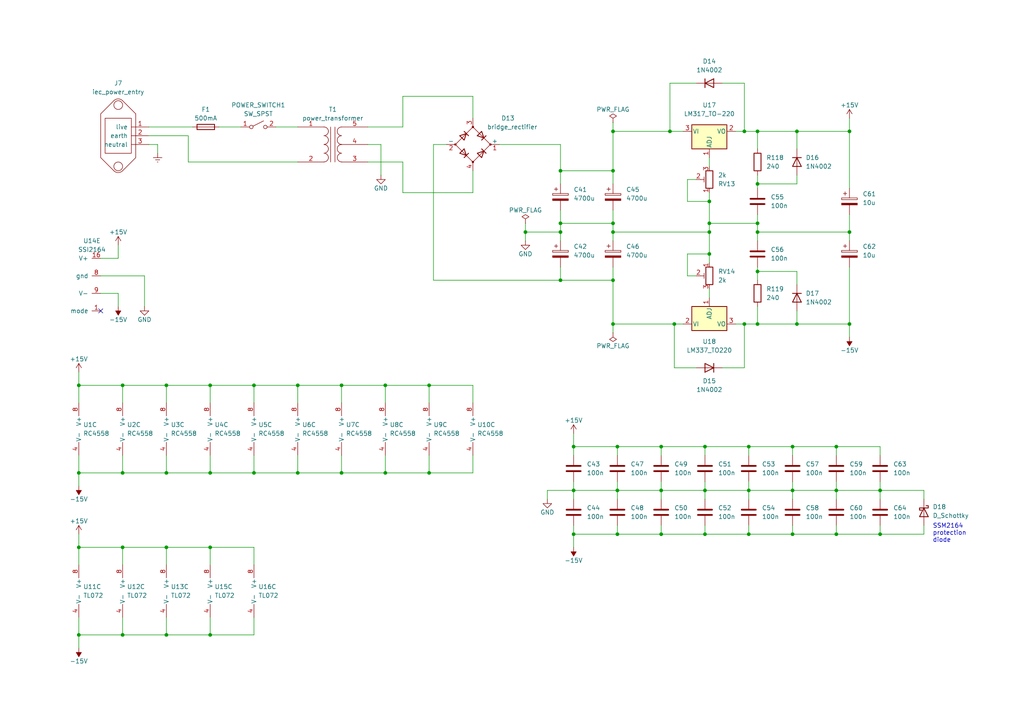
<source format=kicad_sch>
(kicad_sch (version 20211123) (generator eeschema)
  (paper "A4")
  (title_block (title "Mu-Tron Bi-Phase near-clone") (date "2022-01-14") (rev "0") (comment 2 "creativecommons.org/licenses/by/4.0/") (comment 3 "License: CC by 4.0") (comment 4 "Author: Jordan Aceto"))
  (lib_symbols
    (symbol "Amplifier_Operational:RC4558" (pin_names (offset 0.127))
      (property "Reference" "U" (at 0 5.08 0))
      (property "Value" "RC4558" (at 0 -5.08 0))
      (symbol "RC4558_1_1"
        (polyline (pts (xy -5.08 5.08) (xy 5.08 0) (xy -5.08 -5.08) (xy -5.08 5.08)) (stroke (width 0.254)) (fill (type background)))
        (pin output line (at 7.62 0 180) (length 2.54) (name "~") (number "1"))
        (pin input line (at -7.62 -2.54 0) (length 2.54) (name "-") (number "2"))
        (pin input line (at -7.62 2.54 0) (length 2.54) (name "+") (number "3"))
      )
      (symbol "RC4558_2_1"
        (polyline (pts (xy -5.08 5.08) (xy 5.08 0) (xy -5.08 -5.08) (xy -5.08 5.08)) (stroke (width 0.254)) (fill (type background)))
        (pin input line (at -7.62 2.54 0) (length 2.54) (name "+") (number "5"))
        (pin input line (at -7.62 -2.54 0) (length 2.54) (name "-") (number "6"))
        (pin output line (at 7.62 0 180) (length 2.54) (name "~") (number "7"))
      )
      (symbol "RC4558_3_1"
        (pin power_in line (at -2.54 -7.62 90) (length 3.81) (name "V-") (number "4"))
        (pin power_in line (at -2.54 7.62 270) (length 3.81) (name "V+") (number "8"))
      )
    )
    (symbol "Amplifier_Operational:TL072" (pin_names (offset 0.127))
      (property "Reference" "U" (at 0 5.08 0))
      (property "Value" "TL072" (at 0 -5.08 0))
      (symbol "TL072_1_1"
        (polyline (pts (xy -5.08 5.08) (xy 5.08 0) (xy -5.08 -5.08) (xy -5.08 5.08)) (stroke (width 0.254)) (fill (type background)))
        (pin output line (at 7.62 0 180) (length 2.54) (name "~") (number "1"))
        (pin input line (at -7.62 -2.54 0) (length 2.54) (name "-") (number "2"))
        (pin input line (at -7.62 2.54 0) (length 2.54) (name "+") (number "3"))
      )
      (symbol "TL072_2_1"
        (polyline (pts (xy -5.08 5.08) (xy 5.08 0) (xy -5.08 -5.08) (xy -5.08 5.08)) (stroke (width 0.254)) (fill (type background)))
        (pin input line (at -7.62 2.54 0) (length 2.54) (name "+") (number "5"))
        (pin input line (at -7.62 -2.54 0) (length 2.54) (name "-") (number "6"))
        (pin output line (at 7.62 0 180) (length 2.54) (name "~") (number "7"))
      )
      (symbol "TL072_3_1"
        (pin power_in line (at -2.54 -7.62 90) (length 3.81) (name "V-") (number "4"))
        (pin power_in line (at -2.54 7.62 270) (length 3.81) (name "V+") (number "8"))
      )
    )
    (symbol "Device:C" (pin_numbers hide) (pin_names (offset 0.254))
      (property "Reference" "C" (at 0.635 2.54 0))
      (property "Value" "C" (at 0.635 -2.54 0))
      (symbol "C_0_1"
        (polyline (pts (xy -2.032 -0.762) (xy 2.032 -0.762)) (stroke (width 0.508)))
        (polyline (pts (xy -2.032 0.762) (xy 2.032 0.762)) (stroke (width 0.508)))
      )
      (symbol "C_1_1"
        (pin passive line (at 0 3.81 270) (length 2.794) (name "~") (number "1"))
        (pin passive line (at 0 -3.81 90) (length 2.794) (name "~") (number "2"))
      )
    )
    (symbol "Device:C_Polarized" (pin_numbers hide) (pin_names (offset 0.254))
      (property "Reference" "C" (at 0.635 2.54 0))
      (property "Value" "C_Polarized" (at 0.635 -2.54 0))
      (symbol "C_Polarized_0_1"
        (rectangle (start -2.286 0.508) (end 2.286 1.016))
        (polyline (pts (xy -1.778 2.286) (xy -0.762 2.286)))
        (polyline (pts (xy -1.27 2.794) (xy -1.27 1.778)))
        (rectangle (start 2.286 -0.508) (end -2.286 -1.016) (fill (type outline)))
      )
      (symbol "C_Polarized_1_1"
        (pin passive line (at 0 3.81 270) (length 2.794) (name "~") (number "1"))
        (pin passive line (at 0 -3.81 90) (length 2.794) (name "~") (number "2"))
      )
    )
    (symbol "Device:D_Bridge_+-AA" (pin_names (offset 0))
      (property "Reference" "D" (at 2.54 6.985 0))
      (property "Value" "D_Bridge_+-AA" (at 2.54 5.08 0))
      (symbol "D_Bridge_+-AA_0_1"
        (circle (center -5.08 0) (radius 0.254) (fill (type outline)))
        (circle (center 0 -5.08) (radius 0.254) (fill (type outline)))
        (polyline (pts (xy -2.54 3.81) (xy -1.27 2.54)) (stroke (width 0.254)))
        (polyline (pts (xy -1.27 -2.54) (xy -2.54 -3.81)) (stroke (width 0.254)))
        (polyline (pts (xy 2.54 -1.27) (xy 3.81 -2.54)) (stroke (width 0.254)))
        (polyline (pts (xy 2.54 1.27) (xy 3.81 2.54)) (stroke (width 0.254)))
        (polyline (pts (xy -3.81 2.54) (xy -2.54 1.27) (xy -1.905 3.175) (xy -3.81 2.54)) (stroke (width 0.254)))
        (polyline (pts (xy -2.54 -1.27) (xy -3.81 -2.54) (xy -1.905 -3.175) (xy -2.54 -1.27)) (stroke (width 0.254)))
        (polyline (pts (xy 1.27 2.54) (xy 2.54 3.81) (xy 3.175 1.905) (xy 1.27 2.54)) (stroke (width 0.254)))
        (polyline (pts (xy 3.175 -1.905) (xy 1.27 -2.54) (xy 2.54 -3.81) (xy 3.175 -1.905)) (stroke (width 0.254)))
        (polyline (pts (xy -5.08 0) (xy 0 -5.08) (xy 5.08 0) (xy 0 5.08) (xy -5.08 0)))
        (circle (center 0 5.08) (radius 0.254) (fill (type outline)))
        (circle (center 5.08 0) (radius 0.254) (fill (type outline)))
      )
      (symbol "D_Bridge_+-AA_1_1"
        (pin passive line (at 7.62 0 180) (length 2.54) (name "+") (number "1"))
        (pin passive line (at -7.62 0 0) (length 2.54) (name "-") (number "2"))
        (pin passive line (at 0 7.62 270) (length 2.54) (name "~") (number "3"))
        (pin passive line (at 0 -7.62 90) (length 2.54) (name "~") (number "4"))
      )
    )
    (symbol "Device:D_Schottky" (pin_numbers hide) (pin_names (offset 1.016) hide)
      (property "Reference" "D" (at 0 2.54 0))
      (property "Value" "D_Schottky" (at 0 -2.54 0))
      (symbol "D_Schottky_0_1"
        (polyline (pts (xy 1.27 0) (xy -1.27 0)))
        (polyline (pts (xy 1.27 1.27) (xy 1.27 -1.27) (xy -1.27 0) (xy 1.27 1.27)) (stroke (width 0.254)))
        (polyline (pts (xy -1.905 0.635) (xy -1.905 1.27) (xy -1.27 1.27) (xy -1.27 -1.27) (xy -0.635 -1.27) (xy -0.635 -0.635)) (stroke (width 0.254)))
      )
      (symbol "D_Schottky_1_1"
        (pin passive line (at -3.81 0 0) (length 2.54) (name "K") (number "1"))
        (pin passive line (at 3.81 0 180) (length 2.54) (name "A") (number "2"))
      )
    )
    (symbol "Device:Fuse" (pin_numbers hide) (pin_names (offset 0))
      (property "Reference" "F" (at 2.032 0 90))
      (property "Value" "Fuse" (at -1.905 0 90))
      (symbol "Fuse_0_1"
        (rectangle (start -0.762 -2.54) (end 0.762 2.54) (stroke (width 0.254)))
        (polyline (pts (xy 0 2.54) (xy 0 -2.54)))
      )
      (symbol "Fuse_1_1"
        (pin passive line (at 0 3.81 270) (length 1.27) (name "~") (number "1"))
        (pin passive line (at 0 -3.81 90) (length 1.27) (name "~") (number "2"))
      )
    )
    (symbol "Device:R" (pin_numbers hide) (pin_names (offset 0))
      (property "Reference" "R" (at 2.032 0 90))
      (property "Value" "R" (at 0 0 90))
      (symbol "R_0_1"
        (rectangle (start -1.016 -2.54) (end 1.016 2.54) (stroke (width 0.254)))
      )
      (symbol "R_1_1"
        (pin passive line (at 0 3.81 270) (length 1.27) (name "~") (number "1"))
        (pin passive line (at 0 -3.81 90) (length 1.27) (name "~") (number "2"))
      )
    )
    (symbol "Device:R_Potentiometer_Trim" (pin_names (offset 1.016) hide)
      (property "Reference" "RV" (at -4.445 0 90))
      (property "Value" "R_Potentiometer_Trim" (at -2.54 0 90))
      (symbol "R_Potentiometer_Trim_0_1"
        (polyline (pts (xy 1.524 0.762) (xy 1.524 -0.762)))
        (polyline (pts (xy 2.54 0) (xy 1.524 0)))
        (rectangle (start 1.016 2.54) (end -1.016 -2.54) (stroke (width 0.254)))
      )
      (symbol "R_Potentiometer_Trim_1_1"
        (pin passive line (at 0 3.81 270) (length 1.27) (name "1") (number "1"))
        (pin passive line (at 3.81 0 180) (length 1.27) (name "2") (number "2"))
        (pin passive line (at 0 -3.81 90) (length 1.27) (name "3") (number "3"))
      )
    )
    (symbol "Device:Transformer_1P_SS" (pin_names (offset 1.016) hide)
      (property "Reference" "T" (at 0 6.35 0))
      (property "Value" "Transformer_1P_SS" (at 0 -7.62 0))
      (symbol "Transformer_1P_SS_0_1"
        (arc (start -2.54 -5.0546) (mid -1.6561 -4.6863) (end -1.27 -3.81))
        (arc (start -2.54 -2.5146) (mid -1.6561 -2.1463) (end -1.27 -1.27))
        (arc (start -2.54 0.0254) (mid -1.6561 0.3937) (end -1.27 1.27))
        (arc (start -2.54 2.5654) (mid -1.6561 2.9337) (end -1.27 3.81))
        (arc (start -1.27 -3.81) (mid -1.642 -2.912) (end -2.54 -2.54))
        (arc (start -1.27 -1.27) (mid -1.642 -0.372) (end -2.54 0))
        (arc (start -1.27 1.27) (mid -1.642 2.168) (end -2.54 2.54))
        (arc (start -1.27 3.81) (mid -1.642 4.708) (end -2.54 5.08))
        (polyline (pts (xy -0.635 5.08) (xy -0.635 -5.08)))
        (polyline (pts (xy 0.635 -5.08) (xy 0.635 5.08)))
        (arc (start 1.2954 -1.27) (mid 1.6599 -2.1501) (end 2.54 -2.5146))
        (arc (start 1.2954 1.27) (mid 1.6599 0.3899) (end 2.54 0.0254))
        (arc (start 1.2954 3.81) (mid 1.6599 2.9299) (end 2.54 2.5654))
        (arc (start 1.3208 -3.81) (mid 1.6853 -4.6901) (end 2.5654 -5.0546))
        (arc (start 2.54 0) (mid 1.6456 -0.3683) (end 1.2954 -1.27))
        (arc (start 2.54 2.54) (mid 1.6456 2.1717) (end 1.2954 1.27))
        (arc (start 2.54 5.08) (mid 1.6456 4.7117) (end 1.2954 3.81))
        (arc (start 2.5654 -2.54) (mid 1.671 -2.9083) (end 1.3208 -3.81))
      )
      (symbol "Transformer_1P_SS_1_1"
        (pin passive line (at -10.16 5.08 0) (length 7.62) (name "AA") (number "1"))
        (pin passive line (at -10.16 -5.08 0) (length 7.62) (name "AB") (number "2"))
        (pin passive line (at 10.16 -5.08 180) (length 7.62) (name "SA") (number "3"))
        (pin passive line (at 10.16 0 180) (length 7.62) (name "SC") (number "4"))
        (pin passive line (at 10.16 5.08 180) (length 7.62) (name "SB") (number "5"))
      )
    )
    (symbol "Diode:1N4002" (pin_numbers hide) (pin_names (offset 1.016) hide)
      (property "Reference" "D" (at 0 2.54 0))
      (property "Value" "1N4002" (at 0 -2.54 0))
      (symbol "1N4002_0_1"
        (polyline (pts (xy -1.27 1.27) (xy -1.27 -1.27)) (stroke (width 0.254)))
        (polyline (pts (xy 1.27 0) (xy -1.27 0)))
        (polyline (pts (xy 1.27 1.27) (xy 1.27 -1.27) (xy -1.27 0) (xy 1.27 1.27)) (stroke (width 0.254)))
      )
      (symbol "1N4002_1_1"
        (pin passive line (at -3.81 0 0) (length 2.54) (name "K") (number "1"))
        (pin passive line (at 3.81 0 180) (length 2.54) (name "A") (number "2"))
      )
    )
    (symbol "Regulator_Linear:LM317_TO-220" (pin_names (offset 0.254))
      (property "Reference" "U" (at -3.81 3.175 0))
      (property "Value" "LM317_TO-220" (at 0 3.175 0))
      (symbol "LM317_TO-220_0_1"
        (rectangle (start -5.08 1.905) (end 5.08 -5.08) (stroke (width 0.254)) (fill (type background)))
      )
      (symbol "LM317_TO-220_1_1"
        (pin input line (at 0 -7.62 90) (length 2.54) (name "ADJ") (number "1"))
        (pin power_out line (at 7.62 0 180) (length 2.54) (name "VO") (number "2"))
        (pin power_in line (at -7.62 0 0) (length 2.54) (name "VI") (number "3"))
      )
    )
    (symbol "Regulator_Linear:LM337_TO220" (pin_names (offset 0.254))
      (property "Reference" "U" (at -3.81 -3.175 0))
      (property "Value" "LM337_TO220" (at 0 -3.175 0))
      (symbol "LM337_TO220_0_1"
        (rectangle (start -5.08 5.08) (end 5.08 -1.905) (stroke (width 0.254)) (fill (type background)))
      )
      (symbol "LM337_TO220_1_1"
        (pin input line (at 0 7.62 270) (length 2.54) (name "ADJ") (number "1"))
        (pin power_in line (at -7.62 0 0) (length 2.54) (name "VI") (number "2"))
        (pin power_out line (at 7.62 0 180) (length 2.54) (name "VO") (number "3"))
      )
    )
    (symbol "Switch:SW_SPST" (pin_names (offset 0) hide)
      (property "Reference" "SW" (at 0 3.175 0))
      (property "Value" "SW_SPST" (at 0 -2.54 0))
      (symbol "SW_SPST_0_0"
        (circle (center -2.032 0) (radius 0.508))
        (polyline (pts (xy -1.524 0.254) (xy 1.524 1.778)))
        (circle (center 2.032 0) (radius 0.508))
      )
      (symbol "SW_SPST_1_1"
        (pin passive line (at -5.08 0 0) (length 2.54) (name "A") (number "1"))
        (pin passive line (at 5.08 0 180) (length 2.54) (name "B") (number "2"))
      )
    )
    (symbol "custom_symbols:SSI2164" (pin_names (offset 1.016))
      (property "Reference" "U" (at 0 -12.7 0))
      (property "Value" "SSI2164" (at 0 7.62 0))
      (symbol "SSI2164_1_1"
        (rectangle (start -5.08 5.08) (end 5.08 -5.08) (fill (type background)))
        (polyline (pts (xy 5.08 5.08) (xy -5.08 -5.08)))
        (polyline (pts (xy 5.08 5.08) (xy 10.16 0) (xy 5.08 -5.08) (xy -5.08 5.08)) (fill (type background)))
        (pin input line (at -7.62 0 0) (length 2.54) (name "~") (number "2"))
        (pin input line (at 0 -7.62 90) (length 2.54) (name "~") (number "3"))
        (pin output line (at 12.7 0 180) (length 2.54) (name "~") (number "4"))
      )
      (symbol "SSI2164_2_1"
        (rectangle (start -5.08 5.08) (end 5.08 -5.08) (fill (type background)))
        (polyline (pts (xy 5.08 5.08) (xy -5.08 -5.08)))
        (polyline (pts (xy 5.08 5.08) (xy 10.16 0) (xy 5.08 -5.08) (xy -5.08 5.08)) (fill (type background)))
        (pin output line (at 12.7 0 180) (length 2.54) (name "~") (number "5"))
        (pin input line (at 0 -7.62 90) (length 2.54) (name "~") (number "6"))
        (pin input line (at -7.62 0 0) (length 2.54) (name "~") (number "7"))
      )
      (symbol "SSI2164_3_1"
        (rectangle (start -5.08 5.08) (end 5.08 -5.08) (fill (type background)))
        (polyline (pts (xy 5.08 5.08) (xy -5.08 -5.08)))
        (polyline (pts (xy 5.08 5.08) (xy 10.16 0) (xy 5.08 -5.08) (xy -5.08 5.08)) (fill (type background)))
        (pin input line (at -7.62 0 0) (length 2.54) (name "~") (number "10"))
        (pin input line (at 0 -7.62 90) (length 2.54) (name "~") (number "11"))
        (pin output line (at 12.7 0 180) (length 2.54) (name "~") (number "12"))
      )
      (symbol "SSI2164_4_1"
        (rectangle (start -5.08 5.08) (end 5.08 -5.08) (fill (type background)))
        (polyline (pts (xy 5.08 5.08) (xy -5.08 -5.08)))
        (polyline (pts (xy 5.08 5.08) (xy 10.16 0) (xy 5.08 -5.08) (xy -5.08 5.08)) (fill (type background)))
        (pin output line (at 12.7 0 180) (length 2.54) (name "~") (number "13"))
        (pin input line (at 0 -7.62 90) (length 2.54) (name "~") (number "14"))
        (pin input line (at -7.62 0 0) (length 2.54) (name "~") (number "15"))
      )
      (symbol "SSI2164_5_1"
        (pin input line (at 2.54 -10.16 180) (length 2.54) (name "mode") (number "1"))
        (pin power_in line (at 2.54 5.08 180) (length 2.54) (name "V+") (number "16"))
        (pin power_in line (at 2.54 0 180) (length 2.54) (name "gnd") (number "8"))
        (pin power_in line (at 2.54 -5.08 180) (length 2.54) (name "V-") (number "9"))
      )
    )
    (symbol "custom_symbols:iec_power_entry" (pin_names (offset 1.016))
      (property "Reference" "J" (at 0 7.62 0))
      (property "Value" "iec_power_entry" (at 0 6.35 0))
      (symbol "iec_power_entry_0_1"
        (arc (start -10.16 1.27) (mid -10.6861 0) (end -10.16 -1.27))
        (circle (center -8.89 0) (radius 1.27))
        (polyline (pts (xy -6.35 -5.08) (xy -10.16 -1.27)))
        (polyline (pts (xy -6.35 5.08) (xy -10.16 1.27)))
        (polyline (pts (xy -6.35 -5.08) (xy 6.35 -5.08) (xy 10.16 -1.27)))
        (polyline (pts (xy -6.35 5.08) (xy 6.35 5.08) (xy 10.16 1.27)))
        (rectangle (start 5.08 3.81) (end -5.08 -3.81))
        (circle (center 8.89 0) (radius 1.27))
        (arc (start 10.16 -1.27) (mid 10.6861 0) (end 10.16 1.27))
      )
      (symbol "iec_power_entry_1_1"
        (pin power_out line (at -2.54 -8.89 90) (length 5.08) (name "live") (number "1"))
        (pin power_out line (at 0 -8.89 90) (length 5.08) (name "earth") (number "2"))
        (pin power_out line (at 2.54 -8.89 90) (length 5.08) (name "neutral") (number "3"))
      )
    )
    (symbol "power:+15V" (power) (pin_names (offset 0))
      (property "Value" "+15V" (at 0 3.556 0))
      (symbol "+15V_0_1"
        (polyline (pts (xy -0.762 1.27) (xy 0 2.54)))
        (polyline (pts (xy 0 0) (xy 0 2.54)))
        (polyline (pts (xy 0 2.54) (xy 0.762 1.27)))
      )
      (symbol "+15V_1_1"
        (pin power_in line (at 0 0 90) (length 0) hide (name "+15V") (number "1"))
      )
    )
    (symbol "power:-15V" (power) (pin_names (offset 0))
      (property "Value" "-15V" (at 0 3.81 0))
      (symbol "-15V_0_0"
        (pin power_in line (at 0 0 90) (length 0) hide (name "-15V") (number "1"))
      )
      (symbol "-15V_0_1"
        (polyline (pts (xy 0 0) (xy 0 1.27) (xy 0.762 1.27) (xy 0 2.54) (xy -0.762 1.27) (xy 0 1.27)) (fill (type outline)))
      )
    )
    (symbol "power:Earth" (power) (pin_names (offset 0))
      (symbol "Earth_0_1"
        (polyline (pts (xy -0.635 -1.905) (xy 0.635 -1.905)))
        (polyline (pts (xy -0.127 -2.54) (xy 0.127 -2.54)))
        (polyline (pts (xy 0 -1.27) (xy 0 0)))
        (polyline (pts (xy 1.27 -1.27) (xy -1.27 -1.27)))
      )
      (symbol "Earth_1_1"
        (pin power_in line (at 0 0 270) (length 0) hide (name "Earth") (number "1"))
      )
    )
    (symbol "power:GND" (power) (pin_names (offset 0))
      (property "Value" "GND" (at 0 -3.81 0))
      (symbol "GND_0_1"
        (polyline (pts (xy 0 0) (xy 0 -1.27) (xy 1.27 -1.27) (xy 0 -2.54) (xy -1.27 -1.27) (xy 0 -1.27)))
      )
      (symbol "GND_1_1"
        (pin power_in line (at 0 0 270) (length 0) hide (name "GND") (number "1"))
      )
    )
    (symbol "power:PWR_FLAG" (power) (pin_numbers hide) (pin_names (offset 0) hide)
      (property "Value" "PWR_FLAG" (at 0 3.81 0))
      (symbol "PWR_FLAG_0_0"
        (pin power_out line (at 0 0 90) (length 0) (name "pwr") (number "1"))
      )
      (symbol "PWR_FLAG_0_1"
        (polyline (pts (xy 0 0) (xy 0 1.27) (xy -1.016 1.905) (xy 0 2.54) (xy 1.016 1.905) (xy 0 1.27)))
      )
    )
  )
  (junction (at 124.46 137.16))
  (junction (at 242.57 129.54))
  (junction (at 86.36 111.76))
  (junction (at 177.8 67.31))
  (junction (at 246.38 67.31))
  (junction (at 194.31 38.1))
  (junction (at 60.96 184.15))
  (junction (at 219.71 38.1))
  (junction (at 191.77 129.54))
  (junction (at 204.47 142.24))
  (junction (at 35.56 137.16))
  (junction (at 191.77 142.24))
  (junction (at 35.56 158.75))
  (junction (at 231.14 93.98))
  (junction (at 22.86 184.15))
  (junction (at 179.07 154.94))
  (junction (at 166.37 142.24))
  (junction (at 111.76 137.16))
  (junction (at 162.56 67.31))
  (junction (at 73.66 111.76))
  (junction (at 35.56 111.76))
  (junction (at 60.96 158.75))
  (junction (at 86.36 137.16))
  (junction (at 60.96 111.76))
  (junction (at 217.17 142.24))
  (junction (at 219.71 64.77))
  (junction (at 99.06 137.16))
  (junction (at 242.57 142.24))
  (junction (at 246.38 38.1))
  (junction (at 162.56 49.53))
  (junction (at 191.77 154.94))
  (junction (at 177.8 93.98))
  (junction (at 166.37 129.54))
  (junction (at 229.87 154.94))
  (junction (at 48.26 111.76))
  (junction (at 99.06 111.76))
  (junction (at 255.27 154.94))
  (junction (at 229.87 129.54))
  (junction (at 111.76 111.76))
  (junction (at 177.8 64.77))
  (junction (at 217.17 154.94))
  (junction (at 217.17 129.54))
  (junction (at 255.27 142.24))
  (junction (at 22.86 111.76))
  (junction (at 195.58 93.98))
  (junction (at 124.46 111.76))
  (junction (at 73.66 137.16))
  (junction (at 205.74 73.66))
  (junction (at 215.9 93.98))
  (junction (at 179.07 142.24))
  (junction (at 177.8 81.28))
  (junction (at 48.26 184.15))
  (junction (at 48.26 158.75))
  (junction (at 48.26 137.16))
  (junction (at 22.86 137.16))
  (junction (at 205.74 67.31))
  (junction (at 177.8 38.1))
  (junction (at 204.47 154.94))
  (junction (at 219.71 93.98))
  (junction (at 205.74 64.77))
  (junction (at 166.37 154.94))
  (junction (at 60.96 137.16))
  (junction (at 22.86 158.75))
  (junction (at 205.74 58.42))
  (junction (at 162.56 64.77))
  (junction (at 219.71 78.74))
  (junction (at 215.9 38.1))
  (junction (at 204.47 129.54))
  (junction (at 229.87 142.24))
  (junction (at 179.07 129.54))
  (junction (at 246.38 93.98))
  (junction (at 231.14 38.1))
  (junction (at 177.8 49.53))
  (junction (at 152.4 67.31))
  (junction (at 35.56 184.15))
  (junction (at 242.57 154.94))
  (junction (at 219.71 67.31))
  (junction (at 162.56 81.28))
  (junction (at 219.71 53.34))
  (no_connect (at 29.21 90.17))
  (wire (pts (xy 86.36 111.76) (xy 73.66 111.76)))
  (wire (pts (xy 229.87 154.94) (xy 242.57 154.94)))
  (wire (pts (xy 99.06 111.76) (xy 111.76 111.76)))
  (wire (pts (xy 229.87 142.24) (xy 229.87 144.78)))
  (wire (pts (xy 229.87 129.54) (xy 229.87 132.08)))
  (wire (pts (xy 215.9 93.98) (xy 219.71 93.98)))
  (wire (pts (xy 48.26 111.76) (xy 35.56 111.76)))
  (wire (pts (xy 199.39 80.01) (xy 199.39 73.66)))
  (wire (pts (xy 80.01 36.83) (xy 86.36 36.83)))
  (wire (pts (xy 22.86 132.08) (xy 22.86 137.16)))
  (wire (pts (xy 267.97 152.4) (xy 267.97 154.94)))
  (wire (pts (xy 110.49 41.91) (xy 106.68 41.91)))
  (wire (pts (xy 60.96 179.07) (xy 60.96 184.15)))
  (wire (pts (xy 60.96 158.75) (xy 60.96 163.83)))
  (wire (pts (xy 99.06 137.16) (xy 111.76 137.16)))
  (wire (pts (xy 255.27 129.54) (xy 242.57 129.54)))
  (wire (pts (xy 246.38 62.23) (xy 246.38 67.31)))
  (wire (pts (xy 158.75 144.78) (xy 158.75 142.24)))
  (wire (pts (xy 48.26 158.75) (xy 35.56 158.75)))
  (wire (pts (xy 162.56 81.28) (xy 125.73 81.28)))
  (wire (pts (xy 231.14 43.18) (xy 231.14 38.1)))
  (wire (pts (xy 111.76 137.16) (xy 124.46 137.16)))
  (wire (pts (xy 45.72 41.91) (xy 43.18 41.91)))
  (wire (pts (xy 199.39 58.42) (xy 205.74 58.42)))
  (wire (pts (xy 205.74 64.77) (xy 219.71 64.77)))
  (wire (pts (xy 22.86 137.16) (xy 22.86 140.97)))
  (wire (pts (xy 177.8 67.31) (xy 177.8 69.85)))
  (wire (pts (xy 73.66 158.75) (xy 73.66 163.83)))
  (wire (pts (xy 29.21 85.09) (xy 34.29 85.09)))
  (wire (pts (xy 48.26 184.15) (xy 48.26 179.07)))
  (wire (pts (xy 267.97 144.78) (xy 267.97 142.24)))
  (wire (pts (xy 35.56 158.75) (xy 35.56 163.83)))
  (wire (pts (xy 48.26 184.15) (xy 35.56 184.15)))
  (wire (pts (xy 34.29 71.12) (xy 34.29 74.93)))
  (wire (pts (xy 73.66 158.75) (xy 60.96 158.75)))
  (wire (pts (xy 137.16 111.76) (xy 137.16 116.84)))
  (wire (pts (xy 191.77 129.54) (xy 179.07 129.54)))
  (wire (pts (xy 215.9 38.1) (xy 215.9 24.13)))
  (wire (pts (xy 162.56 49.53) (xy 162.56 53.34)))
  (wire (pts (xy 217.17 142.24) (xy 204.47 142.24)))
  (wire (pts (xy 86.36 137.16) (xy 86.36 132.08)))
  (wire (pts (xy 48.26 137.16) (xy 35.56 137.16)))
  (wire (pts (xy 219.71 64.77) (xy 219.71 67.31)))
  (wire (pts (xy 191.77 142.24) (xy 191.77 144.78)))
  (wire (pts (xy 255.27 142.24) (xy 242.57 142.24)))
  (wire (pts (xy 60.96 111.76) (xy 60.96 116.84)))
  (wire (pts (xy 35.56 137.16) (xy 22.86 137.16)))
  (wire (pts (xy 45.72 44.45) (xy 45.72 41.91)))
  (wire (pts (xy 231.14 38.1) (xy 246.38 38.1)))
  (wire (pts (xy 219.71 38.1) (xy 219.71 43.18)))
  (wire (pts (xy 124.46 137.16) (xy 124.46 132.08)))
  (wire (pts (xy 179.07 139.7) (xy 179.07 142.24)))
  (wire (pts (xy 60.96 158.75) (xy 48.26 158.75)))
  (wire (pts (xy 177.8 53.34) (xy 177.8 49.53)))
  (wire (pts (xy 205.74 55.88) (xy 205.74 58.42)))
  (wire (pts (xy 217.17 154.94) (xy 229.87 154.94)))
  (wire (pts (xy 242.57 129.54) (xy 229.87 129.54)))
  (wire (pts (xy 144.78 41.91) (xy 162.56 41.91)))
  (wire (pts (xy 177.8 81.28) (xy 177.8 77.47)))
  (wire (pts (xy 217.17 154.94) (xy 217.17 152.4)))
  (wire (pts (xy 219.71 53.34) (xy 219.71 54.61)))
  (wire (pts (xy 204.47 129.54) (xy 204.47 132.08)))
  (wire (pts (xy 229.87 129.54) (xy 217.17 129.54)))
  (wire (pts (xy 217.17 142.24) (xy 217.17 144.78)))
  (wire (pts (xy 162.56 77.47) (xy 162.56 81.28)))
  (wire (pts (xy 231.14 90.17) (xy 231.14 93.98)))
  (wire (pts (xy 137.16 34.29) (xy 137.16 27.94)))
  (wire (pts (xy 231.14 93.98) (xy 246.38 93.98)))
  (wire (pts (xy 177.8 64.77) (xy 177.8 67.31)))
  (wire (pts (xy 166.37 154.94) (xy 179.07 154.94)))
  (wire (pts (xy 60.96 184.15) (xy 48.26 184.15)))
  (wire (pts (xy 242.57 154.94) (xy 255.27 154.94)))
  (wire (pts (xy 162.56 81.28) (xy 177.8 81.28)))
  (wire (pts (xy 205.74 73.66) (xy 205.74 76.2)))
  (wire (pts (xy 255.27 139.7) (xy 255.27 142.24)))
  (wire (pts (xy 219.71 77.47) (xy 219.71 78.74)))
  (wire (pts (xy 231.14 78.74) (xy 231.14 82.55)))
  (wire (pts (xy 29.21 74.93) (xy 34.29 74.93)))
  (wire (pts (xy 194.31 38.1) (xy 194.31 24.13)))
  (wire (pts (xy 152.4 69.85) (xy 152.4 67.31)))
  (wire (pts (xy 137.16 27.94) (xy 116.84 27.94)))
  (wire (pts (xy 215.9 106.68) (xy 215.9 93.98)))
  (wire (pts (xy 54.61 46.99) (xy 54.61 39.37)))
  (wire (pts (xy 60.96 132.08) (xy 60.96 137.16)))
  (wire (pts (xy 162.56 64.77) (xy 177.8 64.77)))
  (wire (pts (xy 166.37 125.73) (xy 166.37 129.54)))
  (wire (pts (xy 246.38 93.98) (xy 246.38 77.47)))
  (wire (pts (xy 111.76 116.84) (xy 111.76 111.76)))
  (wire (pts (xy 231.14 53.34) (xy 231.14 50.8)))
  (wire (pts (xy 73.66 137.16) (xy 73.66 132.08)))
  (wire (pts (xy 219.71 78.74) (xy 231.14 78.74)))
  (wire (pts (xy 166.37 154.94) (xy 166.37 158.75)))
  (wire (pts (xy 162.56 67.31) (xy 162.56 69.85)))
  (wire (pts (xy 255.27 154.94) (xy 255.27 152.4)))
  (wire (pts (xy 162.56 60.96) (xy 162.56 64.77)))
  (wire (pts (xy 162.56 49.53) (xy 177.8 49.53)))
  (wire (pts (xy 179.07 142.24) (xy 179.07 144.78)))
  (wire (pts (xy 99.06 137.16) (xy 99.06 132.08)))
  (wire (pts (xy 194.31 24.13) (xy 201.93 24.13)))
  (wire (pts (xy 219.71 67.31) (xy 219.71 69.85)))
  (wire (pts (xy 246.38 67.31) (xy 246.38 69.85)))
  (wire (pts (xy 267.97 142.24) (xy 255.27 142.24)))
  (wire (pts (xy 162.56 41.91) (xy 162.56 49.53)))
  (wire (pts (xy 191.77 129.54) (xy 191.77 132.08)))
  (wire (pts (xy 199.39 73.66) (xy 205.74 73.66)))
  (wire (pts (xy 41.91 80.01) (xy 41.91 88.9)))
  (wire (pts (xy 217.17 139.7) (xy 217.17 142.24)))
  (wire (pts (xy 73.66 137.16) (xy 86.36 137.16)))
  (wire (pts (xy 246.38 93.98) (xy 246.38 97.79)))
  (wire (pts (xy 215.9 38.1) (xy 213.36 38.1)))
  (wire (pts (xy 152.4 67.31) (xy 162.56 67.31)))
  (wire (pts (xy 158.75 142.24) (xy 166.37 142.24)))
  (wire (pts (xy 22.86 184.15) (xy 22.86 187.96)))
  (wire (pts (xy 204.47 129.54) (xy 191.77 129.54)))
  (wire (pts (xy 267.97 154.94) (xy 255.27 154.94)))
  (wire (pts (xy 191.77 139.7) (xy 191.77 142.24)))
  (wire (pts (xy 246.38 34.29) (xy 246.38 38.1)))
  (wire (pts (xy 177.8 93.98) (xy 195.58 93.98)))
  (wire (pts (xy 219.71 38.1) (xy 231.14 38.1)))
  (wire (pts (xy 166.37 152.4) (xy 166.37 154.94)))
  (wire (pts (xy 177.8 38.1) (xy 194.31 38.1)))
  (wire (pts (xy 191.77 142.24) (xy 179.07 142.24)))
  (wire (pts (xy 106.68 46.99) (xy 116.84 46.99)))
  (wire (pts (xy 166.37 139.7) (xy 166.37 142.24)))
  (wire (pts (xy 116.84 27.94) (xy 116.84 36.83)))
  (wire (pts (xy 60.96 111.76) (xy 48.26 111.76)))
  (wire (pts (xy 204.47 142.24) (xy 204.47 144.78)))
  (wire (pts (xy 116.84 36.83) (xy 106.68 36.83)))
  (wire (pts (xy 73.66 111.76) (xy 73.66 116.84)))
  (wire (pts (xy 177.8 96.52) (xy 177.8 93.98)))
  (wire (pts (xy 205.74 64.77) (xy 205.74 67.31)))
  (wire (pts (xy 229.87 142.24) (xy 217.17 142.24)))
  (wire (pts (xy 177.8 49.53) (xy 177.8 38.1)))
  (wire (pts (xy 229.87 139.7) (xy 229.87 142.24)))
  (wire (pts (xy 166.37 142.24) (xy 166.37 144.78)))
  (wire (pts (xy 242.57 129.54) (xy 242.57 132.08)))
  (wire (pts (xy 201.93 80.01) (xy 199.39 80.01)))
  (wire (pts (xy 22.86 107.95) (xy 22.86 111.76)))
  (wire (pts (xy 219.71 50.8) (xy 219.71 53.34)))
  (wire (pts (xy 34.29 85.09) (xy 34.29 88.9)))
  (wire (pts (xy 86.36 46.99) (xy 54.61 46.99)))
  (wire (pts (xy 60.96 137.16) (xy 48.26 137.16)))
  (wire (pts (xy 179.07 154.94) (xy 191.77 154.94)))
  (wire (pts (xy 213.36 93.98) (xy 215.9 93.98)))
  (wire (pts (xy 137.16 55.88) (xy 137.16 49.53)))
  (wire (pts (xy 125.73 81.28) (xy 125.73 41.91)))
  (wire (pts (xy 246.38 54.61) (xy 246.38 38.1)))
  (wire (pts (xy 35.56 111.76) (xy 22.86 111.76)))
  (wire (pts (xy 198.12 38.1) (xy 194.31 38.1)))
  (wire (pts (xy 63.5 36.83) (xy 69.85 36.83)))
  (wire (pts (xy 35.56 111.76) (xy 35.56 116.84)))
  (wire (pts (xy 219.71 78.74) (xy 219.71 81.28)))
  (wire (pts (xy 86.36 111.76) (xy 86.36 116.84)))
  (wire (pts (xy 215.9 24.13) (xy 209.55 24.13)))
  (wire (pts (xy 73.66 184.15) (xy 60.96 184.15)))
  (wire (pts (xy 204.47 139.7) (xy 204.47 142.24)))
  (wire (pts (xy 166.37 129.54) (xy 166.37 132.08)))
  (wire (pts (xy 219.71 93.98) (xy 219.71 88.9)))
  (wire (pts (xy 110.49 50.8) (xy 110.49 41.91)))
  (wire (pts (xy 219.71 53.34) (xy 231.14 53.34)))
  (wire (pts (xy 191.77 154.94) (xy 204.47 154.94)))
  (wire (pts (xy 205.74 45.72) (xy 205.74 48.26)))
  (wire (pts (xy 204.47 154.94) (xy 217.17 154.94)))
  (wire (pts (xy 116.84 46.99) (xy 116.84 55.88)))
  (wire (pts (xy 73.66 184.15) (xy 73.66 179.07)))
  (wire (pts (xy 22.86 111.76) (xy 22.86 116.84)))
  (wire (pts (xy 179.07 154.94) (xy 179.07 152.4)))
  (wire (pts (xy 73.66 111.76) (xy 60.96 111.76)))
  (wire (pts (xy 73.66 137.16) (xy 60.96 137.16)))
  (wire (pts (xy 177.8 81.28) (xy 177.8 93.98)))
  (wire (pts (xy 124.46 111.76) (xy 137.16 111.76)))
  (wire (pts (xy 219.71 62.23) (xy 219.71 64.77)))
  (wire (pts (xy 22.86 179.07) (xy 22.86 184.15)))
  (wire (pts (xy 242.57 139.7) (xy 242.57 142.24)))
  (wire (pts (xy 179.07 129.54) (xy 179.07 132.08)))
  (wire (pts (xy 204.47 142.24) (xy 191.77 142.24)))
  (wire (pts (xy 205.74 58.42) (xy 205.74 64.77)))
  (wire (pts (xy 195.58 106.68) (xy 195.58 93.98)))
  (wire (pts (xy 35.56 184.15) (xy 35.56 179.07)))
  (wire (pts (xy 43.18 36.83) (xy 55.88 36.83)))
  (wire (pts (xy 242.57 154.94) (xy 242.57 152.4)))
  (wire (pts (xy 162.56 64.77) (xy 162.56 67.31)))
  (wire (pts (xy 201.93 52.07) (xy 199.39 52.07)))
  (wire (pts (xy 177.8 35.56) (xy 177.8 38.1)))
  (wire (pts (xy 48.26 158.75) (xy 48.26 163.83)))
  (wire (pts (xy 111.76 111.76) (xy 124.46 111.76)))
  (wire (pts (xy 219.71 67.31) (xy 246.38 67.31)))
  (wire (pts (xy 205.74 83.82) (xy 205.74 86.36)))
  (wire (pts (xy 48.26 111.76) (xy 48.26 116.84)))
  (wire (pts (xy 111.76 137.16) (xy 111.76 132.08)))
  (wire (pts (xy 217.17 129.54) (xy 217.17 132.08)))
  (wire (pts (xy 116.84 55.88) (xy 137.16 55.88)))
  (wire (pts (xy 217.17 129.54) (xy 204.47 129.54)))
  (wire (pts (xy 204.47 154.94) (xy 204.47 152.4)))
  (wire (pts (xy 255.27 144.78) (xy 255.27 142.24)))
  (wire (pts (xy 137.16 137.16) (xy 137.16 132.08)))
  (wire (pts (xy 152.4 64.77) (xy 152.4 67.31)))
  (wire (pts (xy 179.07 142.24) (xy 166.37 142.24)))
  (wire (pts (xy 205.74 67.31) (xy 205.74 73.66)))
  (wire (pts (xy 242.57 142.24) (xy 242.57 144.78)))
  (wire (pts (xy 191.77 154.94) (xy 191.77 152.4)))
  (wire (pts (xy 99.06 111.76) (xy 99.06 116.84)))
  (wire (pts (xy 195.58 93.98) (xy 198.12 93.98)))
  (wire (pts (xy 177.8 67.31) (xy 205.74 67.31)))
  (wire (pts (xy 86.36 137.16) (xy 99.06 137.16)))
  (wire (pts (xy 179.07 129.54) (xy 166.37 129.54)))
  (wire (pts (xy 22.86 154.94) (xy 22.86 158.75)))
  (wire (pts (xy 219.71 38.1) (xy 215.9 38.1)))
  (wire (pts (xy 99.06 111.76) (xy 86.36 111.76)))
  (wire (pts (xy 229.87 154.94) (xy 229.87 152.4)))
  (wire (pts (xy 22.86 158.75) (xy 22.86 163.83)))
  (wire (pts (xy 199.39 52.07) (xy 199.39 58.42)))
  (wire (pts (xy 35.56 158.75) (xy 22.86 158.75)))
  (wire (pts (xy 242.57 142.24) (xy 229.87 142.24)))
  (wire (pts (xy 35.56 137.16) (xy 35.56 132.08)))
  (wire (pts (xy 219.71 93.98) (xy 231.14 93.98)))
  (wire (pts (xy 124.46 137.16) (xy 137.16 137.16)))
  (wire (pts (xy 35.56 184.15) (xy 22.86 184.15)))
  (wire (pts (xy 48.26 137.16) (xy 48.26 132.08)))
  (wire (pts (xy 201.93 106.68) (xy 195.58 106.68)))
  (wire (pts (xy 41.91 80.01) (xy 29.21 80.01)))
  (wire (pts (xy 209.55 106.68) (xy 215.9 106.68)))
  (wire (pts (xy 125.73 41.91) (xy 129.54 41.91)))
  (wire (pts (xy 255.27 132.08) (xy 255.27 129.54)))
  (wire (pts (xy 54.61 39.37) (xy 43.18 39.37)))
  (wire (pts (xy 177.8 60.96) (xy 177.8 64.77)))
  (wire (pts (xy 124.46 111.76) (xy 124.46 116.84)))
  (text "SSM2164\nprotection\ndiode" (at 270.51 157.48 0) (effects (font (size 1.27 1.27)) (justify left bottom)))
  (symbol (lib_id "Device:R_Potentiometer_Trim") (at 205.74 80.01 0) (mirror y) (unit 1)
    (property "Reference" "RV14" (at 208.28 78.7399 0) (effects (justify right)))
    (property "Value" "2k" (at 208.28 81.2799 0) (effects (justify right)))
  )
  (symbol (lib_id "power:Earth") (at 45.72 44.45 0) (unit 1)
    (property "Reference" "#PWR090" (effects hide))
    (property "Value" "Earth" (effects hide))
  )
  (symbol (lib_id "Diode:1N4002") (at 231.14 86.36 270) (unit 1)
    (property "Reference" "D17" (at 233.68 85.0899 90) (effects (justify left)))
    (property "Value" "1N4002" (at 233.68 87.63 90) (effects (justify left)))
    (property "Footprint" "Diode_THT:D_DO-41_SOD81_P10.16mm_Horizontal" (effects hide))
    (property "Datasheet" "http://www.vishay.com/docs/88503/1n4001.pdf" (effects hide))
  )
  (symbol (lib_id "Device:C") (at 242.57 148.59 0) (unit 1)
    (property "Reference" "C60" (at 246.38 147.3199 0) (effects (justify left)))
    (property "Value" "100n" (at 246.38 149.8599 0) (effects (justify left)))
  )
  (symbol (lib_id "Device:C_Polarized") (at 246.38 58.42 0) (unit 1)
    (property "Reference" "C61" (at 250.19 56.2609 0) (effects (justify left)))
    (property "Value" "10u" (at 250.19 58.8009 0) (effects (justify left)))
  )
  (symbol (lib_id "power:GND") (at 110.49 50.8 0) (unit 1)
    (property "Reference" "#PWR091" (effects hide))
    (property "Value" "GND" (at 110.49 54.61 0))
  )
  (symbol (lib_id "Amplifier_Operational:TL072") (at 38.1 171.45 0) (unit 3)
    (property "Reference" "U12" (at 36.83 170.1799 0) (effects (justify left)))
    (property "Value" "TL072" (at 36.83 172.7199 0) (effects (justify left)))
    (property "Datasheet" "http://www.ti.com/lit/ds/symlink/tl071.pdf" (effects hide))
  )
  (symbol (lib_id "Device:C") (at 179.07 135.89 0) (unit 1)
    (property "Reference" "C47" (at 182.88 134.6199 0) (effects (justify left)))
    (property "Value" "100n" (at 182.88 137.1599 0) (effects (justify left)))
  )
  (symbol (lib_id "Amplifier_Operational:RC4558") (at 127 124.46 0) (unit 3)
    (property "Reference" "U9" (at 125.73 123.1899 0) (effects (justify left)))
    (property "Value" "RC4558" (at 125.73 125.7299 0) (effects (justify left)))
    (property "Datasheet" "http://www.ti.com/lit/ds/symlink/rc4558.pdf" (effects hide))
  )
  (symbol (lib_id "Device:C") (at 219.71 73.66 0) (unit 1)
    (property "Reference" "C56" (at 223.52 72.3899 0) (effects (justify left)))
    (property "Value" "100n" (at 223.52 74.9299 0) (effects (justify left)))
  )
  (symbol (lib_id "Device:C") (at 166.37 135.89 0) (unit 1)
    (property "Reference" "C43" (at 170.18 134.6199 0) (effects (justify left)))
    (property "Value" "100n" (at 170.18 137.1599 0) (effects (justify left)))
  )
  (symbol (lib_id "Amplifier_Operational:RC4558") (at 25.4 124.46 0) (unit 3)
    (property "Reference" "U1" (at 24.13 123.1899 0) (effects (justify left)))
    (property "Value" "RC4558" (at 24.13 125.7299 0) (effects (justify left)))
    (property "Datasheet" "http://www.ti.com/lit/ds/symlink/rc4558.pdf" (effects hide))
  )
  (symbol (lib_id "Device:Transformer_1P_SS") (at 96.52 41.91 0) (unit 1)
    (property "Reference" "T1" (at 96.5327 31.75 0))
    (property "Value" "power_transformer" (at 96.5327 34.29 0))
  )
  (symbol (lib_id "Device:C") (at 219.71 58.42 0) (unit 1)
    (property "Reference" "C55" (at 223.52 57.1499 0) (effects (justify left)))
    (property "Value" "100n" (at 223.52 59.6899 0) (effects (justify left)))
  )
  (symbol (lib_id "Amplifier_Operational:RC4558") (at 88.9 124.46 0) (unit 3)
    (property "Reference" "U6" (at 87.63 123.1899 0) (effects (justify left)))
    (property "Value" "RC4558" (at 87.63 125.7299 0) (effects (justify left)))
    (property "Datasheet" "http://www.ti.com/lit/ds/symlink/rc4558.pdf" (effects hide))
  )
  (symbol (lib_id "Amplifier_Operational:RC4558") (at 114.3 124.46 0) (unit 3)
    (property "Reference" "U8" (at 113.03 123.1899 0) (effects (justify left)))
    (property "Value" "RC4558" (at 113.03 125.7299 0) (effects (justify left)))
    (property "Datasheet" "http://www.ti.com/lit/ds/symlink/rc4558.pdf" (effects hide))
  )
  (symbol (lib_id "Device:C") (at 204.47 148.59 0) (unit 1)
    (property "Reference" "C52" (at 208.28 147.3199 0) (effects (justify left)))
    (property "Value" "100n" (at 208.28 149.8599 0) (effects (justify left)))
  )
  (symbol (lib_id "Device:R_Potentiometer_Trim") (at 205.74 52.07 180) (unit 1)
    (property "Reference" "RV13" (at 208.28 53.3401 0) (effects (justify right)))
    (property "Value" "2k" (at 208.28 50.8001 0) (effects (justify right)))
  )
  (symbol (lib_id "Device:D_Schottky") (at 267.97 148.59 270) (unit 1)
    (property "Reference" "D18" (at 270.51 147.0024 90) (effects (justify left)))
    (property "Value" "D_Schottky" (at 270.51 149.5424 90) (effects (justify left)))
  )
  (symbol (lib_id "Amplifier_Operational:RC4558") (at 139.7 124.46 0) (unit 3)
    (property "Reference" "U10" (at 138.43 123.1899 0) (effects (justify left)))
    (property "Value" "RC4558" (at 138.43 125.7299 0) (effects (justify left)))
    (property "Datasheet" "http://www.ti.com/lit/ds/symlink/rc4558.pdf" (effects hide))
  )
  (symbol (lib_id "Device:R") (at 219.71 46.99 0) (unit 1)
    (property "Reference" "R118" (at 222.25 45.7199 0) (effects (justify left)))
    (property "Value" "240" (at 222.25 48.2599 0) (effects (justify left)))
  )
  (symbol (lib_id "Device:C_Polarized") (at 177.8 57.15 0) (unit 1)
    (property "Reference" "C45" (at 181.61 54.9909 0) (effects (justify left)))
    (property "Value" "4700u" (at 181.61 57.5309 0) (effects (justify left)))
  )
  (symbol (lib_id "Device:C") (at 217.17 135.89 0) (unit 1)
    (property "Reference" "C53" (at 220.98 134.6199 0) (effects (justify left)))
    (property "Value" "100n" (at 220.98 137.1599 0) (effects (justify left)))
  )
  (symbol (lib_id "Device:C") (at 191.77 135.89 0) (unit 1)
    (property "Reference" "C49" (at 195.58 134.6199 0) (effects (justify left)))
    (property "Value" "100n" (at 195.58 137.1599 0) (effects (justify left)))
  )
  (symbol (lib_id "Device:Fuse") (at 59.69 36.83 90) (unit 1)
    (property "Reference" "F1" (at 59.69 31.75 90))
    (property "Value" "500mA" (at 59.69 34.29 90))
  )
  (symbol (lib_id "Device:C") (at 242.57 135.89 0) (unit 1)
    (property "Reference" "C59" (at 246.38 134.6199 0) (effects (justify left)))
    (property "Value" "100n" (at 246.38 137.1599 0) (effects (justify left)))
  )
  (symbol (lib_id "Device:D_Bridge_+-AA") (at 137.16 41.91 0) (unit 1)
    (property "Reference" "D13" (at 147.32 34.29 0))
    (property "Value" "bridge_rectifier" (at 148.59 36.83 0))
  )
  (symbol (lib_id "Device:C_Polarized") (at 246.38 73.66 0) (unit 1)
    (property "Reference" "C62" (at 250.19 71.5009 0) (effects (justify left)))
    (property "Value" "10u" (at 250.19 74.0409 0) (effects (justify left)))
  )
  (symbol (lib_id "Amplifier_Operational:RC4558") (at 38.1 124.46 0) (unit 3)
    (property "Reference" "U2" (at 36.83 123.1899 0) (effects (justify left)))
    (property "Value" "RC4558" (at 36.83 125.7299 0) (effects (justify left)))
    (property "Datasheet" "http://www.ti.com/lit/ds/symlink/rc4558.pdf" (effects hide))
  )
  (symbol (lib_id "Amplifier_Operational:TL072") (at 25.4 171.45 0) (unit 3)
    (property "Reference" "U11" (at 24.13 170.1799 0) (effects (justify left)))
    (property "Value" "TL072" (at 24.13 172.7199 0) (effects (justify left)))
    (property "Datasheet" "http://www.ti.com/lit/ds/symlink/tl071.pdf" (effects hide))
  )
  (symbol (lib_id "Device:C") (at 255.27 135.89 0) (unit 1)
    (property "Reference" "C63" (at 259.08 134.6199 0) (effects (justify left)))
    (property "Value" "100n" (at 259.08 137.1599 0) (effects (justify left)))
  )
  (symbol (lib_id "Switch:SW_SPST") (at 74.93 36.83 0) (unit 1)
    (property "Reference" "POWER_SWITCH1" (at 74.93 30.48 0))
    (property "Value" "SW_SPST" (at 74.93 33.02 0))
  )
  (symbol (lib_id "Device:C") (at 229.87 148.59 0) (unit 1)
    (property "Reference" "C58" (at 233.68 147.3199 0) (effects (justify left)))
    (property "Value" "100n" (at 233.68 149.8599 0) (effects (justify left)))
  )
  (symbol (lib_id "Regulator_Linear:LM337_TO220") (at 205.74 93.98 0) (unit 1)
    (property "Reference" "U18" (at 205.74 99.06 0))
    (property "Value" "LM337_TO220" (at 205.74 101.6 0))
    (property "Footprint" "Package_TO_SOT_THT:TO-220-3_Vertical" (effects hide))
    (property "Datasheet" "http://www.ti.com/lit/ds/symlink/lm337-n.pdf" (effects hide))
  )
  (symbol (lib_id "power:+15V") (at 22.86 107.95 0) (unit 1)
    (property "Reference" "#PWR083" (effects hide))
    (property "Value" "+15V" (at 22.86 104.14 0))
  )
  (symbol (lib_id "power:-15V") (at 34.29 88.9 180) (unit 1)
    (property "Reference" "#PWR088" (effects hide))
    (property "Value" "-15V" (at 34.29 92.71 0))
  )
  (symbol (lib_id "power:-15V") (at 246.38 97.79 180) (unit 1)
    (property "Reference" "#PWR097" (effects hide))
    (property "Value" "-15V" (at 246.38 101.6 0))
  )
  (symbol (lib_id "power:GND") (at 152.4 69.85 0) (unit 1)
    (property "Reference" "#PWR092" (effects hide))
    (property "Value" "GND" (at 152.4 73.66 0))
  )
  (symbol (lib_id "Amplifier_Operational:TL072") (at 63.5 171.45 0) (unit 3)
    (property "Reference" "U15" (at 62.23 170.1799 0) (effects (justify left)))
    (property "Value" "TL072" (at 62.23 172.7199 0) (effects (justify left)))
    (property "Datasheet" "http://www.ti.com/lit/ds/symlink/tl071.pdf" (effects hide))
  )
  (symbol (lib_id "power:PWR_FLAG") (at 152.4 64.77 0) (unit 1)
    (property "Reference" "#FLG01" (effects hide))
    (property "Value" "PWR_FLAG" (at 152.4 60.96 0))
  )
  (symbol (lib_id "Device:C") (at 166.37 148.59 0) (unit 1)
    (property "Reference" "C44" (at 170.18 147.3199 0) (effects (justify left)))
    (property "Value" "100n" (at 170.18 149.8599 0) (effects (justify left)))
  )
  (symbol (lib_id "Amplifier_Operational:TL072") (at 76.2 171.45 0) (unit 3)
    (property "Reference" "U16" (at 74.93 170.1799 0) (effects (justify left)))
    (property "Value" "TL072" (at 74.93 172.7199 0) (effects (justify left)))
    (property "Datasheet" "http://www.ti.com/lit/ds/symlink/tl071.pdf" (effects hide))
  )
  (symbol (lib_id "Amplifier_Operational:RC4558") (at 76.2 124.46 0) (unit 3)
    (property "Reference" "U5" (at 74.93 123.1899 0) (effects (justify left)))
    (property "Value" "RC4558" (at 74.93 125.7299 0) (effects (justify left)))
    (property "Datasheet" "http://www.ti.com/lit/ds/symlink/rc4558.pdf" (effects hide))
  )
  (symbol (lib_id "Diode:1N4002") (at 205.74 106.68 180) (unit 1)
    (property "Reference" "D15" (at 205.74 110.49 0))
    (property "Value" "1N4002" (at 205.74 113.03 0))
    (property "Footprint" "Diode_THT:D_DO-41_SOD81_P10.16mm_Horizontal" (effects hide))
    (property "Datasheet" "http://www.vishay.com/docs/88503/1n4001.pdf" (effects hide))
  )
  (symbol (lib_id "power:-15V") (at 22.86 140.97 180) (unit 1)
    (property "Reference" "#PWR084" (effects hide))
    (property "Value" "-15V" (at 22.86 144.78 0))
  )
  (symbol (lib_id "power:PWR_FLAG") (at 177.8 35.56 0) (unit 1)
    (property "Reference" "#FLG02" (effects hide))
    (property "Value" "PWR_FLAG" (at 177.8 31.75 0))
  )
  (symbol (lib_id "Amplifier_Operational:RC4558") (at 101.6 124.46 0) (unit 3)
    (property "Reference" "U7" (at 100.33 123.1899 0) (effects (justify left)))
    (property "Value" "RC4558" (at 100.33 125.7299 0) (effects (justify left)))
    (property "Datasheet" "http://www.ti.com/lit/ds/symlink/rc4558.pdf" (effects hide))
  )
  (symbol (lib_id "Device:C") (at 191.77 148.59 0) (unit 1)
    (property "Reference" "C50" (at 195.58 147.3199 0) (effects (justify left)))
    (property "Value" "100n" (at 195.58 149.8599 0) (effects (justify left)))
  )
  (symbol (lib_id "Diode:1N4002") (at 205.74 24.13 0) (unit 1)
    (property "Reference" "D14" (at 205.74 17.78 0))
    (property "Value" "1N4002" (at 205.74 20.32 0))
    (property "Footprint" "Diode_THT:D_DO-41_SOD81_P10.16mm_Horizontal" (effects hide))
    (property "Datasheet" "http://www.vishay.com/docs/88503/1n4001.pdf" (effects hide))
  )
  (symbol (lib_id "power:+15V") (at 22.86 154.94 0) (unit 1)
    (property "Reference" "#PWR085" (effects hide))
    (property "Value" "+15V" (at 22.86 151.13 0))
  )
  (symbol (lib_id "power:+15V") (at 34.29 71.12 0) (unit 1)
    (property "Reference" "#PWR087" (effects hide))
    (property "Value" "+15V" (at 34.29 67.31 0))
  )
  (symbol (lib_id "Device:C") (at 179.07 148.59 0) (unit 1)
    (property "Reference" "C48" (at 182.88 147.3199 0) (effects (justify left)))
    (property "Value" "100n" (at 182.88 149.8599 0) (effects (justify left)))
  )
  (symbol (lib_id "Device:R") (at 219.71 85.09 0) (unit 1)
    (property "Reference" "R119" (at 222.25 83.8199 0) (effects (justify left)))
    (property "Value" "240" (at 222.25 86.3599 0) (effects (justify left)))
  )
  (symbol (lib_id "power:-15V") (at 22.86 187.96 180) (unit 1)
    (property "Reference" "#PWR086" (effects hide))
    (property "Value" "-15V" (at 22.86 191.77 0))
  )
  (symbol (lib_id "power:PWR_FLAG") (at 177.8 96.52 180) (unit 1)
    (property "Reference" "#FLG03" (effects hide))
    (property "Value" "PWR_FLAG" (at 177.8 100.33 0))
  )
  (symbol (lib_id "Device:C_Polarized") (at 177.8 73.66 0) (unit 1)
    (property "Reference" "C46" (at 181.61 71.5009 0) (effects (justify left)))
    (property "Value" "4700u" (at 181.61 74.0409 0) (effects (justify left)))
  )
  (symbol (lib_id "Amplifier_Operational:RC4558") (at 63.5 124.46 0) (unit 3)
    (property "Reference" "U4" (at 62.23 123.1899 0) (effects (justify left)))
    (property "Value" "RC4558" (at 62.23 125.7299 0) (effects (justify left)))
    (property "Datasheet" "http://www.ti.com/lit/ds/symlink/rc4558.pdf" (effects hide))
  )
  (symbol (lib_id "Device:C") (at 217.17 148.59 0) (unit 1)
    (property "Reference" "C54" (at 220.98 147.3199 0) (effects (justify left)))
    (property "Value" "100n" (at 220.98 149.8599 0) (effects (justify left)))
  )
  (symbol (lib_id "Amplifier_Operational:RC4558") (at 50.8 124.46 0) (unit 3)
    (property "Reference" "U3" (at 49.53 123.1899 0) (effects (justify left)))
    (property "Value" "RC4558" (at 49.53 125.7299 0) (effects (justify left)))
    (property "Datasheet" "http://www.ti.com/lit/ds/symlink/rc4558.pdf" (effects hide))
  )
  (symbol (lib_id "Device:C") (at 229.87 135.89 0) (unit 1)
    (property "Reference" "C57" (at 233.68 134.6199 0) (effects (justify left)))
    (property "Value" "100n" (at 233.68 137.1599 0) (effects (justify left)))
  )
  (symbol (lib_id "Device:C_Polarized") (at 162.56 73.66 0) (unit 1)
    (property "Reference" "C42" (at 166.37 71.5009 0) (effects (justify left)))
    (property "Value" "4700u" (at 166.37 74.0409 0) (effects (justify left)))
  )
  (symbol (lib_id "Diode:1N4002") (at 231.14 46.99 270) (unit 1)
    (property "Reference" "D16" (at 233.68 45.7199 90) (effects (justify left)))
    (property "Value" "1N4002" (at 233.68 48.2599 90) (effects (justify left)))
    (property "Footprint" "Diode_THT:D_DO-41_SOD81_P10.16mm_Horizontal" (effects hide))
    (property "Datasheet" "http://www.vishay.com/docs/88503/1n4001.pdf" (effects hide))
  )
  (symbol (lib_id "power:+15V") (at 166.37 125.73 0) (unit 1)
    (property "Reference" "#PWR094" (effects hide))
    (property "Value" "+15V" (at 166.37 121.92 0))
  )
  (symbol (lib_id "Device:C_Polarized") (at 162.56 57.15 0) (unit 1)
    (property "Reference" "C41" (at 166.37 54.9909 0) (effects (justify left)))
    (property "Value" "4700u" (at 166.37 57.5309 0) (effects (justify left)))
  )
  (symbol (lib_id "power:GND") (at 41.91 88.9 0) (unit 1)
    (property "Reference" "#PWR089" (effects hide))
    (property "Value" "GND" (at 41.91 92.71 0))
  )
  (symbol (lib_id "Device:C") (at 204.47 135.89 0) (unit 1)
    (property "Reference" "C51" (at 208.28 134.6199 0) (effects (justify left)))
    (property "Value" "100n" (at 208.28 137.1599 0) (effects (justify left)))
  )
  (symbol (lib_id "power:-15V") (at 166.37 158.75 180) (unit 1)
    (property "Reference" "#PWR095" (effects hide))
    (property "Value" "-15V" (at 166.37 162.56 0))
  )
  (symbol (lib_id "custom_symbols:SSI2164") (at 26.67 80.01 0) (unit 5)
    (property "Reference" "U14" (at 26.67 69.85 0))
    (property "Value" "SSI2164" (at 26.67 72.39 0))
    (property "Footprint" "Package_SO:SOIC-16_3.9x9.9mm_P1.27mm" (effects hide))
    (property "Datasheet" "https://www.soundsemiconductor.com/downloads/ssi2164datasheet.pdf" (effects hide))
  )
  (symbol (lib_id "Regulator_Linear:LM317_TO-220") (at 205.74 38.1 0) (unit 1)
    (property "Reference" "U17" (at 205.74 30.48 0))
    (property "Value" "LM317_TO-220" (at 205.74 33.02 0))
    (property "Footprint" "Package_TO_SOT_THT:TO-220-3_Vertical" (effects hide))
    (property "Datasheet" "http://www.ti.com/lit/ds/symlink/lm317.pdf" (effects hide))
  )
  (symbol (lib_id "Amplifier_Operational:TL072") (at 50.8 171.45 0) (unit 3)
    (property "Reference" "U13" (at 49.53 170.1799 0) (effects (justify left)))
    (property "Value" "TL072" (at 49.53 172.7199 0) (effects (justify left)))
    (property "Datasheet" "http://www.ti.com/lit/ds/symlink/tl071.pdf" (effects hide))
  )
  (symbol (lib_id "Device:C") (at 255.27 148.59 0) (unit 1)
    (property "Reference" "C64" (at 259.08 147.3199 0) (effects (justify left)))
    (property "Value" "100n" (at 259.08 149.8599 0) (effects (justify left)))
  )
  (symbol (lib_id "power:GND") (at 158.75 144.78 0) (unit 1)
    (property "Reference" "#PWR093" (effects hide))
    (property "Value" "GND" (at 158.75 148.59 0))
  )
  (symbol (lib_id "power:+15V") (at 246.38 34.29 0) (unit 1)
    (property "Reference" "#PWR096" (effects hide))
    (property "Value" "+15V" (at 246.38 30.48 0))
  )
  (symbol (lib_id "custom_symbols:iec_power_entry") (at 34.29 39.37 90) (mirror x) (unit 1)
    (property "Reference" "J7" (at 34.29 24.13 90))
    (property "Value" "iec_power_entry" (at 34.29 26.67 90))
  )
)
</source>
